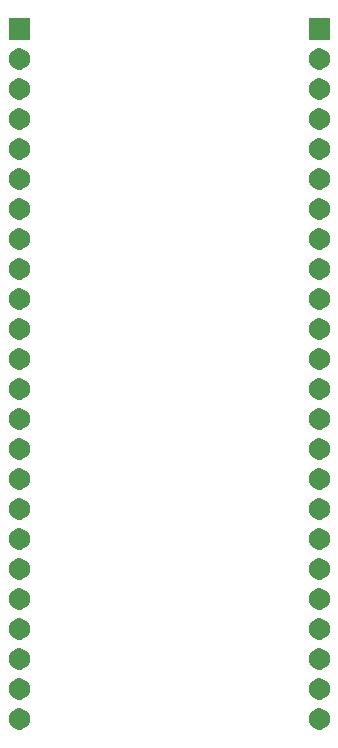
<source format=gbr>
G04 #@! TF.GenerationSoftware,KiCad,Pcbnew,(5.1.5)-3*
G04 #@! TF.CreationDate,2020-07-08T16:59:20-04:00*
G04 #@! TF.ProjectId,VFD Level Translator,56464420-4c65-4766-956c-205472616e73,rev?*
G04 #@! TF.SameCoordinates,Original*
G04 #@! TF.FileFunction,Soldermask,Bot*
G04 #@! TF.FilePolarity,Negative*
%FSLAX46Y46*%
G04 Gerber Fmt 4.6, Leading zero omitted, Abs format (unit mm)*
G04 Created by KiCad (PCBNEW (5.1.5)-3) date 2020-07-08 16:59:20*
%MOMM*%
%LPD*%
G04 APERTURE LIST*
%ADD10C,0.100000*%
G04 APERTURE END LIST*
D10*
G36*
X144893512Y-95623927D02*
G01*
X145042812Y-95653624D01*
X145206784Y-95721544D01*
X145354354Y-95820147D01*
X145479853Y-95945646D01*
X145578456Y-96093216D01*
X145646376Y-96257188D01*
X145681000Y-96431259D01*
X145681000Y-96608741D01*
X145646376Y-96782812D01*
X145578456Y-96946784D01*
X145479853Y-97094354D01*
X145354354Y-97219853D01*
X145206784Y-97318456D01*
X145042812Y-97386376D01*
X144893512Y-97416073D01*
X144868742Y-97421000D01*
X144691258Y-97421000D01*
X144666488Y-97416073D01*
X144517188Y-97386376D01*
X144353216Y-97318456D01*
X144205646Y-97219853D01*
X144080147Y-97094354D01*
X143981544Y-96946784D01*
X143913624Y-96782812D01*
X143879000Y-96608741D01*
X143879000Y-96431259D01*
X143913624Y-96257188D01*
X143981544Y-96093216D01*
X144080147Y-95945646D01*
X144205646Y-95820147D01*
X144353216Y-95721544D01*
X144517188Y-95653624D01*
X144666488Y-95623927D01*
X144691258Y-95619000D01*
X144868742Y-95619000D01*
X144893512Y-95623927D01*
G37*
G36*
X119493512Y-95623927D02*
G01*
X119642812Y-95653624D01*
X119806784Y-95721544D01*
X119954354Y-95820147D01*
X120079853Y-95945646D01*
X120178456Y-96093216D01*
X120246376Y-96257188D01*
X120281000Y-96431259D01*
X120281000Y-96608741D01*
X120246376Y-96782812D01*
X120178456Y-96946784D01*
X120079853Y-97094354D01*
X119954354Y-97219853D01*
X119806784Y-97318456D01*
X119642812Y-97386376D01*
X119493512Y-97416073D01*
X119468742Y-97421000D01*
X119291258Y-97421000D01*
X119266488Y-97416073D01*
X119117188Y-97386376D01*
X118953216Y-97318456D01*
X118805646Y-97219853D01*
X118680147Y-97094354D01*
X118581544Y-96946784D01*
X118513624Y-96782812D01*
X118479000Y-96608741D01*
X118479000Y-96431259D01*
X118513624Y-96257188D01*
X118581544Y-96093216D01*
X118680147Y-95945646D01*
X118805646Y-95820147D01*
X118953216Y-95721544D01*
X119117188Y-95653624D01*
X119266488Y-95623927D01*
X119291258Y-95619000D01*
X119468742Y-95619000D01*
X119493512Y-95623927D01*
G37*
G36*
X144893512Y-93083927D02*
G01*
X145042812Y-93113624D01*
X145206784Y-93181544D01*
X145354354Y-93280147D01*
X145479853Y-93405646D01*
X145578456Y-93553216D01*
X145646376Y-93717188D01*
X145681000Y-93891259D01*
X145681000Y-94068741D01*
X145646376Y-94242812D01*
X145578456Y-94406784D01*
X145479853Y-94554354D01*
X145354354Y-94679853D01*
X145206784Y-94778456D01*
X145042812Y-94846376D01*
X144893512Y-94876073D01*
X144868742Y-94881000D01*
X144691258Y-94881000D01*
X144666488Y-94876073D01*
X144517188Y-94846376D01*
X144353216Y-94778456D01*
X144205646Y-94679853D01*
X144080147Y-94554354D01*
X143981544Y-94406784D01*
X143913624Y-94242812D01*
X143879000Y-94068741D01*
X143879000Y-93891259D01*
X143913624Y-93717188D01*
X143981544Y-93553216D01*
X144080147Y-93405646D01*
X144205646Y-93280147D01*
X144353216Y-93181544D01*
X144517188Y-93113624D01*
X144666488Y-93083927D01*
X144691258Y-93079000D01*
X144868742Y-93079000D01*
X144893512Y-93083927D01*
G37*
G36*
X119493512Y-93083927D02*
G01*
X119642812Y-93113624D01*
X119806784Y-93181544D01*
X119954354Y-93280147D01*
X120079853Y-93405646D01*
X120178456Y-93553216D01*
X120246376Y-93717188D01*
X120281000Y-93891259D01*
X120281000Y-94068741D01*
X120246376Y-94242812D01*
X120178456Y-94406784D01*
X120079853Y-94554354D01*
X119954354Y-94679853D01*
X119806784Y-94778456D01*
X119642812Y-94846376D01*
X119493512Y-94876073D01*
X119468742Y-94881000D01*
X119291258Y-94881000D01*
X119266488Y-94876073D01*
X119117188Y-94846376D01*
X118953216Y-94778456D01*
X118805646Y-94679853D01*
X118680147Y-94554354D01*
X118581544Y-94406784D01*
X118513624Y-94242812D01*
X118479000Y-94068741D01*
X118479000Y-93891259D01*
X118513624Y-93717188D01*
X118581544Y-93553216D01*
X118680147Y-93405646D01*
X118805646Y-93280147D01*
X118953216Y-93181544D01*
X119117188Y-93113624D01*
X119266488Y-93083927D01*
X119291258Y-93079000D01*
X119468742Y-93079000D01*
X119493512Y-93083927D01*
G37*
G36*
X144893512Y-90543927D02*
G01*
X145042812Y-90573624D01*
X145206784Y-90641544D01*
X145354354Y-90740147D01*
X145479853Y-90865646D01*
X145578456Y-91013216D01*
X145646376Y-91177188D01*
X145681000Y-91351259D01*
X145681000Y-91528741D01*
X145646376Y-91702812D01*
X145578456Y-91866784D01*
X145479853Y-92014354D01*
X145354354Y-92139853D01*
X145206784Y-92238456D01*
X145042812Y-92306376D01*
X144893512Y-92336073D01*
X144868742Y-92341000D01*
X144691258Y-92341000D01*
X144666488Y-92336073D01*
X144517188Y-92306376D01*
X144353216Y-92238456D01*
X144205646Y-92139853D01*
X144080147Y-92014354D01*
X143981544Y-91866784D01*
X143913624Y-91702812D01*
X143879000Y-91528741D01*
X143879000Y-91351259D01*
X143913624Y-91177188D01*
X143981544Y-91013216D01*
X144080147Y-90865646D01*
X144205646Y-90740147D01*
X144353216Y-90641544D01*
X144517188Y-90573624D01*
X144666488Y-90543927D01*
X144691258Y-90539000D01*
X144868742Y-90539000D01*
X144893512Y-90543927D01*
G37*
G36*
X119493512Y-90543927D02*
G01*
X119642812Y-90573624D01*
X119806784Y-90641544D01*
X119954354Y-90740147D01*
X120079853Y-90865646D01*
X120178456Y-91013216D01*
X120246376Y-91177188D01*
X120281000Y-91351259D01*
X120281000Y-91528741D01*
X120246376Y-91702812D01*
X120178456Y-91866784D01*
X120079853Y-92014354D01*
X119954354Y-92139853D01*
X119806784Y-92238456D01*
X119642812Y-92306376D01*
X119493512Y-92336073D01*
X119468742Y-92341000D01*
X119291258Y-92341000D01*
X119266488Y-92336073D01*
X119117188Y-92306376D01*
X118953216Y-92238456D01*
X118805646Y-92139853D01*
X118680147Y-92014354D01*
X118581544Y-91866784D01*
X118513624Y-91702812D01*
X118479000Y-91528741D01*
X118479000Y-91351259D01*
X118513624Y-91177188D01*
X118581544Y-91013216D01*
X118680147Y-90865646D01*
X118805646Y-90740147D01*
X118953216Y-90641544D01*
X119117188Y-90573624D01*
X119266488Y-90543927D01*
X119291258Y-90539000D01*
X119468742Y-90539000D01*
X119493512Y-90543927D01*
G37*
G36*
X119493512Y-88003927D02*
G01*
X119642812Y-88033624D01*
X119806784Y-88101544D01*
X119954354Y-88200147D01*
X120079853Y-88325646D01*
X120178456Y-88473216D01*
X120246376Y-88637188D01*
X120281000Y-88811259D01*
X120281000Y-88988741D01*
X120246376Y-89162812D01*
X120178456Y-89326784D01*
X120079853Y-89474354D01*
X119954354Y-89599853D01*
X119806784Y-89698456D01*
X119642812Y-89766376D01*
X119493512Y-89796073D01*
X119468742Y-89801000D01*
X119291258Y-89801000D01*
X119266488Y-89796073D01*
X119117188Y-89766376D01*
X118953216Y-89698456D01*
X118805646Y-89599853D01*
X118680147Y-89474354D01*
X118581544Y-89326784D01*
X118513624Y-89162812D01*
X118479000Y-88988741D01*
X118479000Y-88811259D01*
X118513624Y-88637188D01*
X118581544Y-88473216D01*
X118680147Y-88325646D01*
X118805646Y-88200147D01*
X118953216Y-88101544D01*
X119117188Y-88033624D01*
X119266488Y-88003927D01*
X119291258Y-87999000D01*
X119468742Y-87999000D01*
X119493512Y-88003927D01*
G37*
G36*
X144893512Y-88003927D02*
G01*
X145042812Y-88033624D01*
X145206784Y-88101544D01*
X145354354Y-88200147D01*
X145479853Y-88325646D01*
X145578456Y-88473216D01*
X145646376Y-88637188D01*
X145681000Y-88811259D01*
X145681000Y-88988741D01*
X145646376Y-89162812D01*
X145578456Y-89326784D01*
X145479853Y-89474354D01*
X145354354Y-89599853D01*
X145206784Y-89698456D01*
X145042812Y-89766376D01*
X144893512Y-89796073D01*
X144868742Y-89801000D01*
X144691258Y-89801000D01*
X144666488Y-89796073D01*
X144517188Y-89766376D01*
X144353216Y-89698456D01*
X144205646Y-89599853D01*
X144080147Y-89474354D01*
X143981544Y-89326784D01*
X143913624Y-89162812D01*
X143879000Y-88988741D01*
X143879000Y-88811259D01*
X143913624Y-88637188D01*
X143981544Y-88473216D01*
X144080147Y-88325646D01*
X144205646Y-88200147D01*
X144353216Y-88101544D01*
X144517188Y-88033624D01*
X144666488Y-88003927D01*
X144691258Y-87999000D01*
X144868742Y-87999000D01*
X144893512Y-88003927D01*
G37*
G36*
X119493512Y-85463927D02*
G01*
X119642812Y-85493624D01*
X119806784Y-85561544D01*
X119954354Y-85660147D01*
X120079853Y-85785646D01*
X120178456Y-85933216D01*
X120246376Y-86097188D01*
X120281000Y-86271259D01*
X120281000Y-86448741D01*
X120246376Y-86622812D01*
X120178456Y-86786784D01*
X120079853Y-86934354D01*
X119954354Y-87059853D01*
X119806784Y-87158456D01*
X119642812Y-87226376D01*
X119493512Y-87256073D01*
X119468742Y-87261000D01*
X119291258Y-87261000D01*
X119266488Y-87256073D01*
X119117188Y-87226376D01*
X118953216Y-87158456D01*
X118805646Y-87059853D01*
X118680147Y-86934354D01*
X118581544Y-86786784D01*
X118513624Y-86622812D01*
X118479000Y-86448741D01*
X118479000Y-86271259D01*
X118513624Y-86097188D01*
X118581544Y-85933216D01*
X118680147Y-85785646D01*
X118805646Y-85660147D01*
X118953216Y-85561544D01*
X119117188Y-85493624D01*
X119266488Y-85463927D01*
X119291258Y-85459000D01*
X119468742Y-85459000D01*
X119493512Y-85463927D01*
G37*
G36*
X144893512Y-85463927D02*
G01*
X145042812Y-85493624D01*
X145206784Y-85561544D01*
X145354354Y-85660147D01*
X145479853Y-85785646D01*
X145578456Y-85933216D01*
X145646376Y-86097188D01*
X145681000Y-86271259D01*
X145681000Y-86448741D01*
X145646376Y-86622812D01*
X145578456Y-86786784D01*
X145479853Y-86934354D01*
X145354354Y-87059853D01*
X145206784Y-87158456D01*
X145042812Y-87226376D01*
X144893512Y-87256073D01*
X144868742Y-87261000D01*
X144691258Y-87261000D01*
X144666488Y-87256073D01*
X144517188Y-87226376D01*
X144353216Y-87158456D01*
X144205646Y-87059853D01*
X144080147Y-86934354D01*
X143981544Y-86786784D01*
X143913624Y-86622812D01*
X143879000Y-86448741D01*
X143879000Y-86271259D01*
X143913624Y-86097188D01*
X143981544Y-85933216D01*
X144080147Y-85785646D01*
X144205646Y-85660147D01*
X144353216Y-85561544D01*
X144517188Y-85493624D01*
X144666488Y-85463927D01*
X144691258Y-85459000D01*
X144868742Y-85459000D01*
X144893512Y-85463927D01*
G37*
G36*
X119493512Y-82923927D02*
G01*
X119642812Y-82953624D01*
X119806784Y-83021544D01*
X119954354Y-83120147D01*
X120079853Y-83245646D01*
X120178456Y-83393216D01*
X120246376Y-83557188D01*
X120281000Y-83731259D01*
X120281000Y-83908741D01*
X120246376Y-84082812D01*
X120178456Y-84246784D01*
X120079853Y-84394354D01*
X119954354Y-84519853D01*
X119806784Y-84618456D01*
X119642812Y-84686376D01*
X119493512Y-84716073D01*
X119468742Y-84721000D01*
X119291258Y-84721000D01*
X119266488Y-84716073D01*
X119117188Y-84686376D01*
X118953216Y-84618456D01*
X118805646Y-84519853D01*
X118680147Y-84394354D01*
X118581544Y-84246784D01*
X118513624Y-84082812D01*
X118479000Y-83908741D01*
X118479000Y-83731259D01*
X118513624Y-83557188D01*
X118581544Y-83393216D01*
X118680147Y-83245646D01*
X118805646Y-83120147D01*
X118953216Y-83021544D01*
X119117188Y-82953624D01*
X119266488Y-82923927D01*
X119291258Y-82919000D01*
X119468742Y-82919000D01*
X119493512Y-82923927D01*
G37*
G36*
X144893512Y-82923927D02*
G01*
X145042812Y-82953624D01*
X145206784Y-83021544D01*
X145354354Y-83120147D01*
X145479853Y-83245646D01*
X145578456Y-83393216D01*
X145646376Y-83557188D01*
X145681000Y-83731259D01*
X145681000Y-83908741D01*
X145646376Y-84082812D01*
X145578456Y-84246784D01*
X145479853Y-84394354D01*
X145354354Y-84519853D01*
X145206784Y-84618456D01*
X145042812Y-84686376D01*
X144893512Y-84716073D01*
X144868742Y-84721000D01*
X144691258Y-84721000D01*
X144666488Y-84716073D01*
X144517188Y-84686376D01*
X144353216Y-84618456D01*
X144205646Y-84519853D01*
X144080147Y-84394354D01*
X143981544Y-84246784D01*
X143913624Y-84082812D01*
X143879000Y-83908741D01*
X143879000Y-83731259D01*
X143913624Y-83557188D01*
X143981544Y-83393216D01*
X144080147Y-83245646D01*
X144205646Y-83120147D01*
X144353216Y-83021544D01*
X144517188Y-82953624D01*
X144666488Y-82923927D01*
X144691258Y-82919000D01*
X144868742Y-82919000D01*
X144893512Y-82923927D01*
G37*
G36*
X119493512Y-80383927D02*
G01*
X119642812Y-80413624D01*
X119806784Y-80481544D01*
X119954354Y-80580147D01*
X120079853Y-80705646D01*
X120178456Y-80853216D01*
X120246376Y-81017188D01*
X120281000Y-81191259D01*
X120281000Y-81368741D01*
X120246376Y-81542812D01*
X120178456Y-81706784D01*
X120079853Y-81854354D01*
X119954354Y-81979853D01*
X119806784Y-82078456D01*
X119642812Y-82146376D01*
X119493512Y-82176073D01*
X119468742Y-82181000D01*
X119291258Y-82181000D01*
X119266488Y-82176073D01*
X119117188Y-82146376D01*
X118953216Y-82078456D01*
X118805646Y-81979853D01*
X118680147Y-81854354D01*
X118581544Y-81706784D01*
X118513624Y-81542812D01*
X118479000Y-81368741D01*
X118479000Y-81191259D01*
X118513624Y-81017188D01*
X118581544Y-80853216D01*
X118680147Y-80705646D01*
X118805646Y-80580147D01*
X118953216Y-80481544D01*
X119117188Y-80413624D01*
X119266488Y-80383927D01*
X119291258Y-80379000D01*
X119468742Y-80379000D01*
X119493512Y-80383927D01*
G37*
G36*
X144893512Y-80383927D02*
G01*
X145042812Y-80413624D01*
X145206784Y-80481544D01*
X145354354Y-80580147D01*
X145479853Y-80705646D01*
X145578456Y-80853216D01*
X145646376Y-81017188D01*
X145681000Y-81191259D01*
X145681000Y-81368741D01*
X145646376Y-81542812D01*
X145578456Y-81706784D01*
X145479853Y-81854354D01*
X145354354Y-81979853D01*
X145206784Y-82078456D01*
X145042812Y-82146376D01*
X144893512Y-82176073D01*
X144868742Y-82181000D01*
X144691258Y-82181000D01*
X144666488Y-82176073D01*
X144517188Y-82146376D01*
X144353216Y-82078456D01*
X144205646Y-81979853D01*
X144080147Y-81854354D01*
X143981544Y-81706784D01*
X143913624Y-81542812D01*
X143879000Y-81368741D01*
X143879000Y-81191259D01*
X143913624Y-81017188D01*
X143981544Y-80853216D01*
X144080147Y-80705646D01*
X144205646Y-80580147D01*
X144353216Y-80481544D01*
X144517188Y-80413624D01*
X144666488Y-80383927D01*
X144691258Y-80379000D01*
X144868742Y-80379000D01*
X144893512Y-80383927D01*
G37*
G36*
X144893512Y-77843927D02*
G01*
X145042812Y-77873624D01*
X145206784Y-77941544D01*
X145354354Y-78040147D01*
X145479853Y-78165646D01*
X145578456Y-78313216D01*
X145646376Y-78477188D01*
X145681000Y-78651259D01*
X145681000Y-78828741D01*
X145646376Y-79002812D01*
X145578456Y-79166784D01*
X145479853Y-79314354D01*
X145354354Y-79439853D01*
X145206784Y-79538456D01*
X145042812Y-79606376D01*
X144893512Y-79636073D01*
X144868742Y-79641000D01*
X144691258Y-79641000D01*
X144666488Y-79636073D01*
X144517188Y-79606376D01*
X144353216Y-79538456D01*
X144205646Y-79439853D01*
X144080147Y-79314354D01*
X143981544Y-79166784D01*
X143913624Y-79002812D01*
X143879000Y-78828741D01*
X143879000Y-78651259D01*
X143913624Y-78477188D01*
X143981544Y-78313216D01*
X144080147Y-78165646D01*
X144205646Y-78040147D01*
X144353216Y-77941544D01*
X144517188Y-77873624D01*
X144666488Y-77843927D01*
X144691258Y-77839000D01*
X144868742Y-77839000D01*
X144893512Y-77843927D01*
G37*
G36*
X119493512Y-77843927D02*
G01*
X119642812Y-77873624D01*
X119806784Y-77941544D01*
X119954354Y-78040147D01*
X120079853Y-78165646D01*
X120178456Y-78313216D01*
X120246376Y-78477188D01*
X120281000Y-78651259D01*
X120281000Y-78828741D01*
X120246376Y-79002812D01*
X120178456Y-79166784D01*
X120079853Y-79314354D01*
X119954354Y-79439853D01*
X119806784Y-79538456D01*
X119642812Y-79606376D01*
X119493512Y-79636073D01*
X119468742Y-79641000D01*
X119291258Y-79641000D01*
X119266488Y-79636073D01*
X119117188Y-79606376D01*
X118953216Y-79538456D01*
X118805646Y-79439853D01*
X118680147Y-79314354D01*
X118581544Y-79166784D01*
X118513624Y-79002812D01*
X118479000Y-78828741D01*
X118479000Y-78651259D01*
X118513624Y-78477188D01*
X118581544Y-78313216D01*
X118680147Y-78165646D01*
X118805646Y-78040147D01*
X118953216Y-77941544D01*
X119117188Y-77873624D01*
X119266488Y-77843927D01*
X119291258Y-77839000D01*
X119468742Y-77839000D01*
X119493512Y-77843927D01*
G37*
G36*
X144893512Y-75303927D02*
G01*
X145042812Y-75333624D01*
X145206784Y-75401544D01*
X145354354Y-75500147D01*
X145479853Y-75625646D01*
X145578456Y-75773216D01*
X145646376Y-75937188D01*
X145681000Y-76111259D01*
X145681000Y-76288741D01*
X145646376Y-76462812D01*
X145578456Y-76626784D01*
X145479853Y-76774354D01*
X145354354Y-76899853D01*
X145206784Y-76998456D01*
X145042812Y-77066376D01*
X144893512Y-77096073D01*
X144868742Y-77101000D01*
X144691258Y-77101000D01*
X144666488Y-77096073D01*
X144517188Y-77066376D01*
X144353216Y-76998456D01*
X144205646Y-76899853D01*
X144080147Y-76774354D01*
X143981544Y-76626784D01*
X143913624Y-76462812D01*
X143879000Y-76288741D01*
X143879000Y-76111259D01*
X143913624Y-75937188D01*
X143981544Y-75773216D01*
X144080147Y-75625646D01*
X144205646Y-75500147D01*
X144353216Y-75401544D01*
X144517188Y-75333624D01*
X144666488Y-75303927D01*
X144691258Y-75299000D01*
X144868742Y-75299000D01*
X144893512Y-75303927D01*
G37*
G36*
X119493512Y-75303927D02*
G01*
X119642812Y-75333624D01*
X119806784Y-75401544D01*
X119954354Y-75500147D01*
X120079853Y-75625646D01*
X120178456Y-75773216D01*
X120246376Y-75937188D01*
X120281000Y-76111259D01*
X120281000Y-76288741D01*
X120246376Y-76462812D01*
X120178456Y-76626784D01*
X120079853Y-76774354D01*
X119954354Y-76899853D01*
X119806784Y-76998456D01*
X119642812Y-77066376D01*
X119493512Y-77096073D01*
X119468742Y-77101000D01*
X119291258Y-77101000D01*
X119266488Y-77096073D01*
X119117188Y-77066376D01*
X118953216Y-76998456D01*
X118805646Y-76899853D01*
X118680147Y-76774354D01*
X118581544Y-76626784D01*
X118513624Y-76462812D01*
X118479000Y-76288741D01*
X118479000Y-76111259D01*
X118513624Y-75937188D01*
X118581544Y-75773216D01*
X118680147Y-75625646D01*
X118805646Y-75500147D01*
X118953216Y-75401544D01*
X119117188Y-75333624D01*
X119266488Y-75303927D01*
X119291258Y-75299000D01*
X119468742Y-75299000D01*
X119493512Y-75303927D01*
G37*
G36*
X144893512Y-72763927D02*
G01*
X145042812Y-72793624D01*
X145206784Y-72861544D01*
X145354354Y-72960147D01*
X145479853Y-73085646D01*
X145578456Y-73233216D01*
X145646376Y-73397188D01*
X145681000Y-73571259D01*
X145681000Y-73748741D01*
X145646376Y-73922812D01*
X145578456Y-74086784D01*
X145479853Y-74234354D01*
X145354354Y-74359853D01*
X145206784Y-74458456D01*
X145042812Y-74526376D01*
X144893512Y-74556073D01*
X144868742Y-74561000D01*
X144691258Y-74561000D01*
X144666488Y-74556073D01*
X144517188Y-74526376D01*
X144353216Y-74458456D01*
X144205646Y-74359853D01*
X144080147Y-74234354D01*
X143981544Y-74086784D01*
X143913624Y-73922812D01*
X143879000Y-73748741D01*
X143879000Y-73571259D01*
X143913624Y-73397188D01*
X143981544Y-73233216D01*
X144080147Y-73085646D01*
X144205646Y-72960147D01*
X144353216Y-72861544D01*
X144517188Y-72793624D01*
X144666488Y-72763927D01*
X144691258Y-72759000D01*
X144868742Y-72759000D01*
X144893512Y-72763927D01*
G37*
G36*
X119493512Y-72763927D02*
G01*
X119642812Y-72793624D01*
X119806784Y-72861544D01*
X119954354Y-72960147D01*
X120079853Y-73085646D01*
X120178456Y-73233216D01*
X120246376Y-73397188D01*
X120281000Y-73571259D01*
X120281000Y-73748741D01*
X120246376Y-73922812D01*
X120178456Y-74086784D01*
X120079853Y-74234354D01*
X119954354Y-74359853D01*
X119806784Y-74458456D01*
X119642812Y-74526376D01*
X119493512Y-74556073D01*
X119468742Y-74561000D01*
X119291258Y-74561000D01*
X119266488Y-74556073D01*
X119117188Y-74526376D01*
X118953216Y-74458456D01*
X118805646Y-74359853D01*
X118680147Y-74234354D01*
X118581544Y-74086784D01*
X118513624Y-73922812D01*
X118479000Y-73748741D01*
X118479000Y-73571259D01*
X118513624Y-73397188D01*
X118581544Y-73233216D01*
X118680147Y-73085646D01*
X118805646Y-72960147D01*
X118953216Y-72861544D01*
X119117188Y-72793624D01*
X119266488Y-72763927D01*
X119291258Y-72759000D01*
X119468742Y-72759000D01*
X119493512Y-72763927D01*
G37*
G36*
X144893512Y-70223927D02*
G01*
X145042812Y-70253624D01*
X145206784Y-70321544D01*
X145354354Y-70420147D01*
X145479853Y-70545646D01*
X145578456Y-70693216D01*
X145646376Y-70857188D01*
X145681000Y-71031259D01*
X145681000Y-71208741D01*
X145646376Y-71382812D01*
X145578456Y-71546784D01*
X145479853Y-71694354D01*
X145354354Y-71819853D01*
X145206784Y-71918456D01*
X145042812Y-71986376D01*
X144893512Y-72016073D01*
X144868742Y-72021000D01*
X144691258Y-72021000D01*
X144666488Y-72016073D01*
X144517188Y-71986376D01*
X144353216Y-71918456D01*
X144205646Y-71819853D01*
X144080147Y-71694354D01*
X143981544Y-71546784D01*
X143913624Y-71382812D01*
X143879000Y-71208741D01*
X143879000Y-71031259D01*
X143913624Y-70857188D01*
X143981544Y-70693216D01*
X144080147Y-70545646D01*
X144205646Y-70420147D01*
X144353216Y-70321544D01*
X144517188Y-70253624D01*
X144666488Y-70223927D01*
X144691258Y-70219000D01*
X144868742Y-70219000D01*
X144893512Y-70223927D01*
G37*
G36*
X119493512Y-70223927D02*
G01*
X119642812Y-70253624D01*
X119806784Y-70321544D01*
X119954354Y-70420147D01*
X120079853Y-70545646D01*
X120178456Y-70693216D01*
X120246376Y-70857188D01*
X120281000Y-71031259D01*
X120281000Y-71208741D01*
X120246376Y-71382812D01*
X120178456Y-71546784D01*
X120079853Y-71694354D01*
X119954354Y-71819853D01*
X119806784Y-71918456D01*
X119642812Y-71986376D01*
X119493512Y-72016073D01*
X119468742Y-72021000D01*
X119291258Y-72021000D01*
X119266488Y-72016073D01*
X119117188Y-71986376D01*
X118953216Y-71918456D01*
X118805646Y-71819853D01*
X118680147Y-71694354D01*
X118581544Y-71546784D01*
X118513624Y-71382812D01*
X118479000Y-71208741D01*
X118479000Y-71031259D01*
X118513624Y-70857188D01*
X118581544Y-70693216D01*
X118680147Y-70545646D01*
X118805646Y-70420147D01*
X118953216Y-70321544D01*
X119117188Y-70253624D01*
X119266488Y-70223927D01*
X119291258Y-70219000D01*
X119468742Y-70219000D01*
X119493512Y-70223927D01*
G37*
G36*
X144893512Y-67683927D02*
G01*
X145042812Y-67713624D01*
X145206784Y-67781544D01*
X145354354Y-67880147D01*
X145479853Y-68005646D01*
X145578456Y-68153216D01*
X145646376Y-68317188D01*
X145681000Y-68491259D01*
X145681000Y-68668741D01*
X145646376Y-68842812D01*
X145578456Y-69006784D01*
X145479853Y-69154354D01*
X145354354Y-69279853D01*
X145206784Y-69378456D01*
X145042812Y-69446376D01*
X144893512Y-69476073D01*
X144868742Y-69481000D01*
X144691258Y-69481000D01*
X144666488Y-69476073D01*
X144517188Y-69446376D01*
X144353216Y-69378456D01*
X144205646Y-69279853D01*
X144080147Y-69154354D01*
X143981544Y-69006784D01*
X143913624Y-68842812D01*
X143879000Y-68668741D01*
X143879000Y-68491259D01*
X143913624Y-68317188D01*
X143981544Y-68153216D01*
X144080147Y-68005646D01*
X144205646Y-67880147D01*
X144353216Y-67781544D01*
X144517188Y-67713624D01*
X144666488Y-67683927D01*
X144691258Y-67679000D01*
X144868742Y-67679000D01*
X144893512Y-67683927D01*
G37*
G36*
X119493512Y-67683927D02*
G01*
X119642812Y-67713624D01*
X119806784Y-67781544D01*
X119954354Y-67880147D01*
X120079853Y-68005646D01*
X120178456Y-68153216D01*
X120246376Y-68317188D01*
X120281000Y-68491259D01*
X120281000Y-68668741D01*
X120246376Y-68842812D01*
X120178456Y-69006784D01*
X120079853Y-69154354D01*
X119954354Y-69279853D01*
X119806784Y-69378456D01*
X119642812Y-69446376D01*
X119493512Y-69476073D01*
X119468742Y-69481000D01*
X119291258Y-69481000D01*
X119266488Y-69476073D01*
X119117188Y-69446376D01*
X118953216Y-69378456D01*
X118805646Y-69279853D01*
X118680147Y-69154354D01*
X118581544Y-69006784D01*
X118513624Y-68842812D01*
X118479000Y-68668741D01*
X118479000Y-68491259D01*
X118513624Y-68317188D01*
X118581544Y-68153216D01*
X118680147Y-68005646D01*
X118805646Y-67880147D01*
X118953216Y-67781544D01*
X119117188Y-67713624D01*
X119266488Y-67683927D01*
X119291258Y-67679000D01*
X119468742Y-67679000D01*
X119493512Y-67683927D01*
G37*
G36*
X144893512Y-65143927D02*
G01*
X145042812Y-65173624D01*
X145206784Y-65241544D01*
X145354354Y-65340147D01*
X145479853Y-65465646D01*
X145578456Y-65613216D01*
X145646376Y-65777188D01*
X145681000Y-65951259D01*
X145681000Y-66128741D01*
X145646376Y-66302812D01*
X145578456Y-66466784D01*
X145479853Y-66614354D01*
X145354354Y-66739853D01*
X145206784Y-66838456D01*
X145042812Y-66906376D01*
X144893512Y-66936073D01*
X144868742Y-66941000D01*
X144691258Y-66941000D01*
X144666488Y-66936073D01*
X144517188Y-66906376D01*
X144353216Y-66838456D01*
X144205646Y-66739853D01*
X144080147Y-66614354D01*
X143981544Y-66466784D01*
X143913624Y-66302812D01*
X143879000Y-66128741D01*
X143879000Y-65951259D01*
X143913624Y-65777188D01*
X143981544Y-65613216D01*
X144080147Y-65465646D01*
X144205646Y-65340147D01*
X144353216Y-65241544D01*
X144517188Y-65173624D01*
X144666488Y-65143927D01*
X144691258Y-65139000D01*
X144868742Y-65139000D01*
X144893512Y-65143927D01*
G37*
G36*
X119493512Y-65143927D02*
G01*
X119642812Y-65173624D01*
X119806784Y-65241544D01*
X119954354Y-65340147D01*
X120079853Y-65465646D01*
X120178456Y-65613216D01*
X120246376Y-65777188D01*
X120281000Y-65951259D01*
X120281000Y-66128741D01*
X120246376Y-66302812D01*
X120178456Y-66466784D01*
X120079853Y-66614354D01*
X119954354Y-66739853D01*
X119806784Y-66838456D01*
X119642812Y-66906376D01*
X119493512Y-66936073D01*
X119468742Y-66941000D01*
X119291258Y-66941000D01*
X119266488Y-66936073D01*
X119117188Y-66906376D01*
X118953216Y-66838456D01*
X118805646Y-66739853D01*
X118680147Y-66614354D01*
X118581544Y-66466784D01*
X118513624Y-66302812D01*
X118479000Y-66128741D01*
X118479000Y-65951259D01*
X118513624Y-65777188D01*
X118581544Y-65613216D01*
X118680147Y-65465646D01*
X118805646Y-65340147D01*
X118953216Y-65241544D01*
X119117188Y-65173624D01*
X119266488Y-65143927D01*
X119291258Y-65139000D01*
X119468742Y-65139000D01*
X119493512Y-65143927D01*
G37*
G36*
X144893512Y-62603927D02*
G01*
X145042812Y-62633624D01*
X145206784Y-62701544D01*
X145354354Y-62800147D01*
X145479853Y-62925646D01*
X145578456Y-63073216D01*
X145646376Y-63237188D01*
X145681000Y-63411259D01*
X145681000Y-63588741D01*
X145646376Y-63762812D01*
X145578456Y-63926784D01*
X145479853Y-64074354D01*
X145354354Y-64199853D01*
X145206784Y-64298456D01*
X145042812Y-64366376D01*
X144893512Y-64396073D01*
X144868742Y-64401000D01*
X144691258Y-64401000D01*
X144666488Y-64396073D01*
X144517188Y-64366376D01*
X144353216Y-64298456D01*
X144205646Y-64199853D01*
X144080147Y-64074354D01*
X143981544Y-63926784D01*
X143913624Y-63762812D01*
X143879000Y-63588741D01*
X143879000Y-63411259D01*
X143913624Y-63237188D01*
X143981544Y-63073216D01*
X144080147Y-62925646D01*
X144205646Y-62800147D01*
X144353216Y-62701544D01*
X144517188Y-62633624D01*
X144666488Y-62603927D01*
X144691258Y-62599000D01*
X144868742Y-62599000D01*
X144893512Y-62603927D01*
G37*
G36*
X119493512Y-62603927D02*
G01*
X119642812Y-62633624D01*
X119806784Y-62701544D01*
X119954354Y-62800147D01*
X120079853Y-62925646D01*
X120178456Y-63073216D01*
X120246376Y-63237188D01*
X120281000Y-63411259D01*
X120281000Y-63588741D01*
X120246376Y-63762812D01*
X120178456Y-63926784D01*
X120079853Y-64074354D01*
X119954354Y-64199853D01*
X119806784Y-64298456D01*
X119642812Y-64366376D01*
X119493512Y-64396073D01*
X119468742Y-64401000D01*
X119291258Y-64401000D01*
X119266488Y-64396073D01*
X119117188Y-64366376D01*
X118953216Y-64298456D01*
X118805646Y-64199853D01*
X118680147Y-64074354D01*
X118581544Y-63926784D01*
X118513624Y-63762812D01*
X118479000Y-63588741D01*
X118479000Y-63411259D01*
X118513624Y-63237188D01*
X118581544Y-63073216D01*
X118680147Y-62925646D01*
X118805646Y-62800147D01*
X118953216Y-62701544D01*
X119117188Y-62633624D01*
X119266488Y-62603927D01*
X119291258Y-62599000D01*
X119468742Y-62599000D01*
X119493512Y-62603927D01*
G37*
G36*
X144893512Y-60063927D02*
G01*
X145042812Y-60093624D01*
X145206784Y-60161544D01*
X145354354Y-60260147D01*
X145479853Y-60385646D01*
X145578456Y-60533216D01*
X145646376Y-60697188D01*
X145681000Y-60871259D01*
X145681000Y-61048741D01*
X145646376Y-61222812D01*
X145578456Y-61386784D01*
X145479853Y-61534354D01*
X145354354Y-61659853D01*
X145206784Y-61758456D01*
X145042812Y-61826376D01*
X144893512Y-61856073D01*
X144868742Y-61861000D01*
X144691258Y-61861000D01*
X144666488Y-61856073D01*
X144517188Y-61826376D01*
X144353216Y-61758456D01*
X144205646Y-61659853D01*
X144080147Y-61534354D01*
X143981544Y-61386784D01*
X143913624Y-61222812D01*
X143879000Y-61048741D01*
X143879000Y-60871259D01*
X143913624Y-60697188D01*
X143981544Y-60533216D01*
X144080147Y-60385646D01*
X144205646Y-60260147D01*
X144353216Y-60161544D01*
X144517188Y-60093624D01*
X144666488Y-60063927D01*
X144691258Y-60059000D01*
X144868742Y-60059000D01*
X144893512Y-60063927D01*
G37*
G36*
X119493512Y-60063927D02*
G01*
X119642812Y-60093624D01*
X119806784Y-60161544D01*
X119954354Y-60260147D01*
X120079853Y-60385646D01*
X120178456Y-60533216D01*
X120246376Y-60697188D01*
X120281000Y-60871259D01*
X120281000Y-61048741D01*
X120246376Y-61222812D01*
X120178456Y-61386784D01*
X120079853Y-61534354D01*
X119954354Y-61659853D01*
X119806784Y-61758456D01*
X119642812Y-61826376D01*
X119493512Y-61856073D01*
X119468742Y-61861000D01*
X119291258Y-61861000D01*
X119266488Y-61856073D01*
X119117188Y-61826376D01*
X118953216Y-61758456D01*
X118805646Y-61659853D01*
X118680147Y-61534354D01*
X118581544Y-61386784D01*
X118513624Y-61222812D01*
X118479000Y-61048741D01*
X118479000Y-60871259D01*
X118513624Y-60697188D01*
X118581544Y-60533216D01*
X118680147Y-60385646D01*
X118805646Y-60260147D01*
X118953216Y-60161544D01*
X119117188Y-60093624D01*
X119266488Y-60063927D01*
X119291258Y-60059000D01*
X119468742Y-60059000D01*
X119493512Y-60063927D01*
G37*
G36*
X119493512Y-57523927D02*
G01*
X119642812Y-57553624D01*
X119806784Y-57621544D01*
X119954354Y-57720147D01*
X120079853Y-57845646D01*
X120178456Y-57993216D01*
X120246376Y-58157188D01*
X120281000Y-58331259D01*
X120281000Y-58508741D01*
X120246376Y-58682812D01*
X120178456Y-58846784D01*
X120079853Y-58994354D01*
X119954354Y-59119853D01*
X119806784Y-59218456D01*
X119642812Y-59286376D01*
X119493512Y-59316073D01*
X119468742Y-59321000D01*
X119291258Y-59321000D01*
X119266488Y-59316073D01*
X119117188Y-59286376D01*
X118953216Y-59218456D01*
X118805646Y-59119853D01*
X118680147Y-58994354D01*
X118581544Y-58846784D01*
X118513624Y-58682812D01*
X118479000Y-58508741D01*
X118479000Y-58331259D01*
X118513624Y-58157188D01*
X118581544Y-57993216D01*
X118680147Y-57845646D01*
X118805646Y-57720147D01*
X118953216Y-57621544D01*
X119117188Y-57553624D01*
X119266488Y-57523927D01*
X119291258Y-57519000D01*
X119468742Y-57519000D01*
X119493512Y-57523927D01*
G37*
G36*
X144893512Y-57523927D02*
G01*
X145042812Y-57553624D01*
X145206784Y-57621544D01*
X145354354Y-57720147D01*
X145479853Y-57845646D01*
X145578456Y-57993216D01*
X145646376Y-58157188D01*
X145681000Y-58331259D01*
X145681000Y-58508741D01*
X145646376Y-58682812D01*
X145578456Y-58846784D01*
X145479853Y-58994354D01*
X145354354Y-59119853D01*
X145206784Y-59218456D01*
X145042812Y-59286376D01*
X144893512Y-59316073D01*
X144868742Y-59321000D01*
X144691258Y-59321000D01*
X144666488Y-59316073D01*
X144517188Y-59286376D01*
X144353216Y-59218456D01*
X144205646Y-59119853D01*
X144080147Y-58994354D01*
X143981544Y-58846784D01*
X143913624Y-58682812D01*
X143879000Y-58508741D01*
X143879000Y-58331259D01*
X143913624Y-58157188D01*
X143981544Y-57993216D01*
X144080147Y-57845646D01*
X144205646Y-57720147D01*
X144353216Y-57621544D01*
X144517188Y-57553624D01*
X144666488Y-57523927D01*
X144691258Y-57519000D01*
X144868742Y-57519000D01*
X144893512Y-57523927D01*
G37*
G36*
X144893512Y-54983927D02*
G01*
X145042812Y-55013624D01*
X145206784Y-55081544D01*
X145354354Y-55180147D01*
X145479853Y-55305646D01*
X145578456Y-55453216D01*
X145646376Y-55617188D01*
X145681000Y-55791259D01*
X145681000Y-55968741D01*
X145646376Y-56142812D01*
X145578456Y-56306784D01*
X145479853Y-56454354D01*
X145354354Y-56579853D01*
X145206784Y-56678456D01*
X145042812Y-56746376D01*
X144893512Y-56776073D01*
X144868742Y-56781000D01*
X144691258Y-56781000D01*
X144666488Y-56776073D01*
X144517188Y-56746376D01*
X144353216Y-56678456D01*
X144205646Y-56579853D01*
X144080147Y-56454354D01*
X143981544Y-56306784D01*
X143913624Y-56142812D01*
X143879000Y-55968741D01*
X143879000Y-55791259D01*
X143913624Y-55617188D01*
X143981544Y-55453216D01*
X144080147Y-55305646D01*
X144205646Y-55180147D01*
X144353216Y-55081544D01*
X144517188Y-55013624D01*
X144666488Y-54983927D01*
X144691258Y-54979000D01*
X144868742Y-54979000D01*
X144893512Y-54983927D01*
G37*
G36*
X119493512Y-54983927D02*
G01*
X119642812Y-55013624D01*
X119806784Y-55081544D01*
X119954354Y-55180147D01*
X120079853Y-55305646D01*
X120178456Y-55453216D01*
X120246376Y-55617188D01*
X120281000Y-55791259D01*
X120281000Y-55968741D01*
X120246376Y-56142812D01*
X120178456Y-56306784D01*
X120079853Y-56454354D01*
X119954354Y-56579853D01*
X119806784Y-56678456D01*
X119642812Y-56746376D01*
X119493512Y-56776073D01*
X119468742Y-56781000D01*
X119291258Y-56781000D01*
X119266488Y-56776073D01*
X119117188Y-56746376D01*
X118953216Y-56678456D01*
X118805646Y-56579853D01*
X118680147Y-56454354D01*
X118581544Y-56306784D01*
X118513624Y-56142812D01*
X118479000Y-55968741D01*
X118479000Y-55791259D01*
X118513624Y-55617188D01*
X118581544Y-55453216D01*
X118680147Y-55305646D01*
X118805646Y-55180147D01*
X118953216Y-55081544D01*
X119117188Y-55013624D01*
X119266488Y-54983927D01*
X119291258Y-54979000D01*
X119468742Y-54979000D01*
X119493512Y-54983927D01*
G37*
G36*
X119493512Y-52443927D02*
G01*
X119642812Y-52473624D01*
X119806784Y-52541544D01*
X119954354Y-52640147D01*
X120079853Y-52765646D01*
X120178456Y-52913216D01*
X120246376Y-53077188D01*
X120281000Y-53251259D01*
X120281000Y-53428741D01*
X120246376Y-53602812D01*
X120178456Y-53766784D01*
X120079853Y-53914354D01*
X119954354Y-54039853D01*
X119806784Y-54138456D01*
X119642812Y-54206376D01*
X119493512Y-54236073D01*
X119468742Y-54241000D01*
X119291258Y-54241000D01*
X119266488Y-54236073D01*
X119117188Y-54206376D01*
X118953216Y-54138456D01*
X118805646Y-54039853D01*
X118680147Y-53914354D01*
X118581544Y-53766784D01*
X118513624Y-53602812D01*
X118479000Y-53428741D01*
X118479000Y-53251259D01*
X118513624Y-53077188D01*
X118581544Y-52913216D01*
X118680147Y-52765646D01*
X118805646Y-52640147D01*
X118953216Y-52541544D01*
X119117188Y-52473624D01*
X119266488Y-52443927D01*
X119291258Y-52439000D01*
X119468742Y-52439000D01*
X119493512Y-52443927D01*
G37*
G36*
X144893512Y-52443927D02*
G01*
X145042812Y-52473624D01*
X145206784Y-52541544D01*
X145354354Y-52640147D01*
X145479853Y-52765646D01*
X145578456Y-52913216D01*
X145646376Y-53077188D01*
X145681000Y-53251259D01*
X145681000Y-53428741D01*
X145646376Y-53602812D01*
X145578456Y-53766784D01*
X145479853Y-53914354D01*
X145354354Y-54039853D01*
X145206784Y-54138456D01*
X145042812Y-54206376D01*
X144893512Y-54236073D01*
X144868742Y-54241000D01*
X144691258Y-54241000D01*
X144666488Y-54236073D01*
X144517188Y-54206376D01*
X144353216Y-54138456D01*
X144205646Y-54039853D01*
X144080147Y-53914354D01*
X143981544Y-53766784D01*
X143913624Y-53602812D01*
X143879000Y-53428741D01*
X143879000Y-53251259D01*
X143913624Y-53077188D01*
X143981544Y-52913216D01*
X144080147Y-52765646D01*
X144205646Y-52640147D01*
X144353216Y-52541544D01*
X144517188Y-52473624D01*
X144666488Y-52443927D01*
X144691258Y-52439000D01*
X144868742Y-52439000D01*
X144893512Y-52443927D01*
G37*
G36*
X119493512Y-49903927D02*
G01*
X119642812Y-49933624D01*
X119806784Y-50001544D01*
X119954354Y-50100147D01*
X120079853Y-50225646D01*
X120178456Y-50373216D01*
X120246376Y-50537188D01*
X120281000Y-50711259D01*
X120281000Y-50888741D01*
X120246376Y-51062812D01*
X120178456Y-51226784D01*
X120079853Y-51374354D01*
X119954354Y-51499853D01*
X119806784Y-51598456D01*
X119642812Y-51666376D01*
X119493512Y-51696073D01*
X119468742Y-51701000D01*
X119291258Y-51701000D01*
X119266488Y-51696073D01*
X119117188Y-51666376D01*
X118953216Y-51598456D01*
X118805646Y-51499853D01*
X118680147Y-51374354D01*
X118581544Y-51226784D01*
X118513624Y-51062812D01*
X118479000Y-50888741D01*
X118479000Y-50711259D01*
X118513624Y-50537188D01*
X118581544Y-50373216D01*
X118680147Y-50225646D01*
X118805646Y-50100147D01*
X118953216Y-50001544D01*
X119117188Y-49933624D01*
X119266488Y-49903927D01*
X119291258Y-49899000D01*
X119468742Y-49899000D01*
X119493512Y-49903927D01*
G37*
G36*
X144893512Y-49903927D02*
G01*
X145042812Y-49933624D01*
X145206784Y-50001544D01*
X145354354Y-50100147D01*
X145479853Y-50225646D01*
X145578456Y-50373216D01*
X145646376Y-50537188D01*
X145681000Y-50711259D01*
X145681000Y-50888741D01*
X145646376Y-51062812D01*
X145578456Y-51226784D01*
X145479853Y-51374354D01*
X145354354Y-51499853D01*
X145206784Y-51598456D01*
X145042812Y-51666376D01*
X144893512Y-51696073D01*
X144868742Y-51701000D01*
X144691258Y-51701000D01*
X144666488Y-51696073D01*
X144517188Y-51666376D01*
X144353216Y-51598456D01*
X144205646Y-51499853D01*
X144080147Y-51374354D01*
X143981544Y-51226784D01*
X143913624Y-51062812D01*
X143879000Y-50888741D01*
X143879000Y-50711259D01*
X143913624Y-50537188D01*
X143981544Y-50373216D01*
X144080147Y-50225646D01*
X144205646Y-50100147D01*
X144353216Y-50001544D01*
X144517188Y-49933624D01*
X144666488Y-49903927D01*
X144691258Y-49899000D01*
X144868742Y-49899000D01*
X144893512Y-49903927D01*
G37*
G36*
X119493512Y-47363927D02*
G01*
X119642812Y-47393624D01*
X119806784Y-47461544D01*
X119954354Y-47560147D01*
X120079853Y-47685646D01*
X120178456Y-47833216D01*
X120246376Y-47997188D01*
X120281000Y-48171259D01*
X120281000Y-48348741D01*
X120246376Y-48522812D01*
X120178456Y-48686784D01*
X120079853Y-48834354D01*
X119954354Y-48959853D01*
X119806784Y-49058456D01*
X119642812Y-49126376D01*
X119493512Y-49156073D01*
X119468742Y-49161000D01*
X119291258Y-49161000D01*
X119266488Y-49156073D01*
X119117188Y-49126376D01*
X118953216Y-49058456D01*
X118805646Y-48959853D01*
X118680147Y-48834354D01*
X118581544Y-48686784D01*
X118513624Y-48522812D01*
X118479000Y-48348741D01*
X118479000Y-48171259D01*
X118513624Y-47997188D01*
X118581544Y-47833216D01*
X118680147Y-47685646D01*
X118805646Y-47560147D01*
X118953216Y-47461544D01*
X119117188Y-47393624D01*
X119266488Y-47363927D01*
X119291258Y-47359000D01*
X119468742Y-47359000D01*
X119493512Y-47363927D01*
G37*
G36*
X144893512Y-47363927D02*
G01*
X145042812Y-47393624D01*
X145206784Y-47461544D01*
X145354354Y-47560147D01*
X145479853Y-47685646D01*
X145578456Y-47833216D01*
X145646376Y-47997188D01*
X145681000Y-48171259D01*
X145681000Y-48348741D01*
X145646376Y-48522812D01*
X145578456Y-48686784D01*
X145479853Y-48834354D01*
X145354354Y-48959853D01*
X145206784Y-49058456D01*
X145042812Y-49126376D01*
X144893512Y-49156073D01*
X144868742Y-49161000D01*
X144691258Y-49161000D01*
X144666488Y-49156073D01*
X144517188Y-49126376D01*
X144353216Y-49058456D01*
X144205646Y-48959853D01*
X144080147Y-48834354D01*
X143981544Y-48686784D01*
X143913624Y-48522812D01*
X143879000Y-48348741D01*
X143879000Y-48171259D01*
X143913624Y-47997188D01*
X143981544Y-47833216D01*
X144080147Y-47685646D01*
X144205646Y-47560147D01*
X144353216Y-47461544D01*
X144517188Y-47393624D01*
X144666488Y-47363927D01*
X144691258Y-47359000D01*
X144868742Y-47359000D01*
X144893512Y-47363927D01*
G37*
G36*
X119493512Y-44823927D02*
G01*
X119642812Y-44853624D01*
X119806784Y-44921544D01*
X119954354Y-45020147D01*
X120079853Y-45145646D01*
X120178456Y-45293216D01*
X120246376Y-45457188D01*
X120281000Y-45631259D01*
X120281000Y-45808741D01*
X120246376Y-45982812D01*
X120178456Y-46146784D01*
X120079853Y-46294354D01*
X119954354Y-46419853D01*
X119806784Y-46518456D01*
X119642812Y-46586376D01*
X119493512Y-46616073D01*
X119468742Y-46621000D01*
X119291258Y-46621000D01*
X119266488Y-46616073D01*
X119117188Y-46586376D01*
X118953216Y-46518456D01*
X118805646Y-46419853D01*
X118680147Y-46294354D01*
X118581544Y-46146784D01*
X118513624Y-45982812D01*
X118479000Y-45808741D01*
X118479000Y-45631259D01*
X118513624Y-45457188D01*
X118581544Y-45293216D01*
X118680147Y-45145646D01*
X118805646Y-45020147D01*
X118953216Y-44921544D01*
X119117188Y-44853624D01*
X119266488Y-44823927D01*
X119291258Y-44819000D01*
X119468742Y-44819000D01*
X119493512Y-44823927D01*
G37*
G36*
X144893512Y-44823927D02*
G01*
X145042812Y-44853624D01*
X145206784Y-44921544D01*
X145354354Y-45020147D01*
X145479853Y-45145646D01*
X145578456Y-45293216D01*
X145646376Y-45457188D01*
X145681000Y-45631259D01*
X145681000Y-45808741D01*
X145646376Y-45982812D01*
X145578456Y-46146784D01*
X145479853Y-46294354D01*
X145354354Y-46419853D01*
X145206784Y-46518456D01*
X145042812Y-46586376D01*
X144893512Y-46616073D01*
X144868742Y-46621000D01*
X144691258Y-46621000D01*
X144666488Y-46616073D01*
X144517188Y-46586376D01*
X144353216Y-46518456D01*
X144205646Y-46419853D01*
X144080147Y-46294354D01*
X143981544Y-46146784D01*
X143913624Y-45982812D01*
X143879000Y-45808741D01*
X143879000Y-45631259D01*
X143913624Y-45457188D01*
X143981544Y-45293216D01*
X144080147Y-45145646D01*
X144205646Y-45020147D01*
X144353216Y-44921544D01*
X144517188Y-44853624D01*
X144666488Y-44823927D01*
X144691258Y-44819000D01*
X144868742Y-44819000D01*
X144893512Y-44823927D01*
G37*
G36*
X119493512Y-42283927D02*
G01*
X119642812Y-42313624D01*
X119806784Y-42381544D01*
X119954354Y-42480147D01*
X120079853Y-42605646D01*
X120178456Y-42753216D01*
X120246376Y-42917188D01*
X120281000Y-43091259D01*
X120281000Y-43268741D01*
X120246376Y-43442812D01*
X120178456Y-43606784D01*
X120079853Y-43754354D01*
X119954354Y-43879853D01*
X119806784Y-43978456D01*
X119642812Y-44046376D01*
X119493512Y-44076073D01*
X119468742Y-44081000D01*
X119291258Y-44081000D01*
X119266488Y-44076073D01*
X119117188Y-44046376D01*
X118953216Y-43978456D01*
X118805646Y-43879853D01*
X118680147Y-43754354D01*
X118581544Y-43606784D01*
X118513624Y-43442812D01*
X118479000Y-43268741D01*
X118479000Y-43091259D01*
X118513624Y-42917188D01*
X118581544Y-42753216D01*
X118680147Y-42605646D01*
X118805646Y-42480147D01*
X118953216Y-42381544D01*
X119117188Y-42313624D01*
X119266488Y-42283927D01*
X119291258Y-42279000D01*
X119468742Y-42279000D01*
X119493512Y-42283927D01*
G37*
G36*
X144893512Y-42283927D02*
G01*
X145042812Y-42313624D01*
X145206784Y-42381544D01*
X145354354Y-42480147D01*
X145479853Y-42605646D01*
X145578456Y-42753216D01*
X145646376Y-42917188D01*
X145681000Y-43091259D01*
X145681000Y-43268741D01*
X145646376Y-43442812D01*
X145578456Y-43606784D01*
X145479853Y-43754354D01*
X145354354Y-43879853D01*
X145206784Y-43978456D01*
X145042812Y-44046376D01*
X144893512Y-44076073D01*
X144868742Y-44081000D01*
X144691258Y-44081000D01*
X144666488Y-44076073D01*
X144517188Y-44046376D01*
X144353216Y-43978456D01*
X144205646Y-43879853D01*
X144080147Y-43754354D01*
X143981544Y-43606784D01*
X143913624Y-43442812D01*
X143879000Y-43268741D01*
X143879000Y-43091259D01*
X143913624Y-42917188D01*
X143981544Y-42753216D01*
X144080147Y-42605646D01*
X144205646Y-42480147D01*
X144353216Y-42381544D01*
X144517188Y-42313624D01*
X144666488Y-42283927D01*
X144691258Y-42279000D01*
X144868742Y-42279000D01*
X144893512Y-42283927D01*
G37*
G36*
X119493512Y-39743927D02*
G01*
X119642812Y-39773624D01*
X119806784Y-39841544D01*
X119954354Y-39940147D01*
X120079853Y-40065646D01*
X120178456Y-40213216D01*
X120246376Y-40377188D01*
X120281000Y-40551259D01*
X120281000Y-40728741D01*
X120246376Y-40902812D01*
X120178456Y-41066784D01*
X120079853Y-41214354D01*
X119954354Y-41339853D01*
X119806784Y-41438456D01*
X119642812Y-41506376D01*
X119493512Y-41536073D01*
X119468742Y-41541000D01*
X119291258Y-41541000D01*
X119266488Y-41536073D01*
X119117188Y-41506376D01*
X118953216Y-41438456D01*
X118805646Y-41339853D01*
X118680147Y-41214354D01*
X118581544Y-41066784D01*
X118513624Y-40902812D01*
X118479000Y-40728741D01*
X118479000Y-40551259D01*
X118513624Y-40377188D01*
X118581544Y-40213216D01*
X118680147Y-40065646D01*
X118805646Y-39940147D01*
X118953216Y-39841544D01*
X119117188Y-39773624D01*
X119266488Y-39743927D01*
X119291258Y-39739000D01*
X119468742Y-39739000D01*
X119493512Y-39743927D01*
G37*
G36*
X144893512Y-39743927D02*
G01*
X145042812Y-39773624D01*
X145206784Y-39841544D01*
X145354354Y-39940147D01*
X145479853Y-40065646D01*
X145578456Y-40213216D01*
X145646376Y-40377188D01*
X145681000Y-40551259D01*
X145681000Y-40728741D01*
X145646376Y-40902812D01*
X145578456Y-41066784D01*
X145479853Y-41214354D01*
X145354354Y-41339853D01*
X145206784Y-41438456D01*
X145042812Y-41506376D01*
X144893512Y-41536073D01*
X144868742Y-41541000D01*
X144691258Y-41541000D01*
X144666488Y-41536073D01*
X144517188Y-41506376D01*
X144353216Y-41438456D01*
X144205646Y-41339853D01*
X144080147Y-41214354D01*
X143981544Y-41066784D01*
X143913624Y-40902812D01*
X143879000Y-40728741D01*
X143879000Y-40551259D01*
X143913624Y-40377188D01*
X143981544Y-40213216D01*
X144080147Y-40065646D01*
X144205646Y-39940147D01*
X144353216Y-39841544D01*
X144517188Y-39773624D01*
X144666488Y-39743927D01*
X144691258Y-39739000D01*
X144868742Y-39739000D01*
X144893512Y-39743927D01*
G37*
G36*
X120281000Y-39001000D02*
G01*
X118479000Y-39001000D01*
X118479000Y-37199000D01*
X120281000Y-37199000D01*
X120281000Y-39001000D01*
G37*
G36*
X145681000Y-39001000D02*
G01*
X143879000Y-39001000D01*
X143879000Y-37199000D01*
X145681000Y-37199000D01*
X145681000Y-39001000D01*
G37*
M02*

</source>
